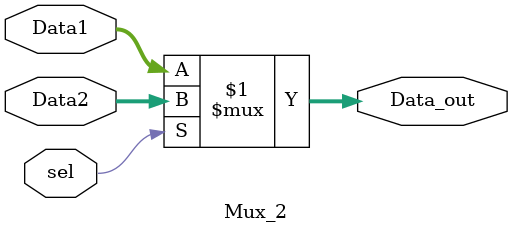
<source format=sv>
`timescale 1ns / 1ps


module Mux_2(
    input logic [31:0] Data1,
    input logic [31:0] Data2,
    input logic sel,
    
    output logic [31:0] Data_out
    );
    
    assign Data_out = sel? Data2 : Data1;
endmodule

</source>
